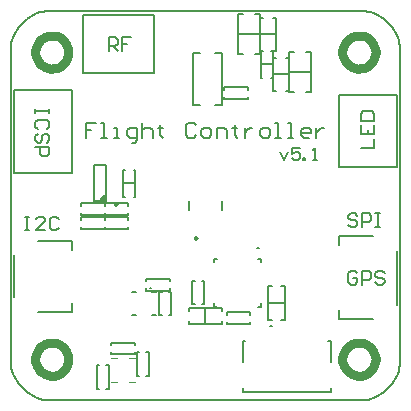
<source format=gto>
G04*
G04 #@! TF.GenerationSoftware,Altium Limited,Altium Designer,22.10.1 (41)*
G04*
G04 Layer_Color=65535*
%FSLAX25Y25*%
%MOIN*%
G70*
G04*
G04 #@! TF.SameCoordinates,8BF85E7B-6BD0-4BB0-81CB-12CC6FA11C7D*
G04*
G04*
G04 #@! TF.FilePolarity,Positive*
G04*
G01*
G75*
%ADD10C,0.00984*%
%ADD11C,0.00787*%
%ADD12C,0.00394*%
%ADD13C,0.00433*%
%ADD14C,0.00551*%
%ADD15C,0.03150*%
%ADD16C,0.00669*%
%ADD17C,0.00500*%
%ADD18C,0.00591*%
%ADD19C,0.00394*%
G36*
X-33228Y1378D02*
X-35197D01*
Y1969D01*
X-34016Y3150D01*
X-33228D01*
Y1378D01*
D02*
G37*
D10*
X-2756Y-10827D02*
X-3494Y-10401D01*
Y-11253D01*
X-2756Y-10827D01*
X-29390Y492D02*
X-30128Y918D01*
Y66D01*
X-29390Y492D01*
D11*
X22244Y-40157D02*
X21457D01*
X22244D01*
X-33425Y3150D02*
X-34311Y2912D01*
X-34960Y2264D01*
X-35197Y1378D01*
X17913Y-13976D02*
X17126D01*
X17913D01*
X5512Y-1378D02*
Y1378D01*
X-5512Y-1378D02*
Y1378D01*
X44437Y-13110D02*
Y-10110D01*
X55937D01*
X63937Y-33016D02*
Y-15110D01*
X44437Y-37921D02*
X55937D01*
X44437D02*
Y-34921D01*
X-44437Y-35559D02*
Y-32559D01*
X-55937Y-35559D02*
X-44437D01*
X-63937Y-30559D02*
Y-16622D01*
X-55937Y-11685D02*
X-44437D01*
Y-14685D02*
Y-11685D01*
X-37165Y1378D02*
Y13583D01*
X-33228Y1378D02*
Y13583D01*
X-37165D02*
X-33228D01*
X-37165Y1378D02*
X-33228D01*
X-33425Y3150D02*
X-33228D01*
X-4035Y50702D02*
X-1673D01*
X-4035Y33465D02*
X-1673D01*
X-4035D02*
Y50702D01*
X3248Y33465D02*
X5610D01*
Y50702D01*
X3248D02*
X5610D01*
X24803Y17978D02*
X26115Y15354D01*
X27427Y17978D01*
X31363Y19290D02*
X28739D01*
Y17322D01*
X30051Y17978D01*
X30707D01*
X31363Y17322D01*
Y16010D01*
X30707Y15354D01*
X29395D01*
X28739Y16010D01*
X32675Y15354D02*
Y16010D01*
X33331D01*
Y15354D01*
X32675D01*
X35954D02*
X37266D01*
X36610D01*
Y19290D01*
X35954Y18634D01*
X51773Y19291D02*
X56299D01*
Y22309D01*
X51773Y26835D02*
Y23817D01*
X56299D01*
Y26835D01*
X54036Y23817D02*
Y25326D01*
X51773Y28343D02*
X56299D01*
Y30607D01*
X55545Y31361D01*
X52527D01*
X51773Y30607D01*
Y28343D01*
X-52167Y32283D02*
Y30775D01*
Y31529D01*
X-56693D01*
Y32283D01*
Y30775D01*
X-52921Y25494D02*
X-52167Y26249D01*
Y27757D01*
X-52921Y28512D01*
X-55939D01*
X-56693Y27757D01*
Y26249D01*
X-55939Y25494D01*
X-52921Y20968D02*
X-52167Y21723D01*
Y23231D01*
X-52921Y23986D01*
X-53676D01*
X-54430Y23231D01*
Y21723D01*
X-55184Y20968D01*
X-55939D01*
X-56693Y21723D01*
Y23231D01*
X-55939Y23986D01*
X-56693Y19459D02*
X-52167D01*
Y17197D01*
X-52921Y16442D01*
X-54430D01*
X-55184Y17197D01*
Y19459D01*
X-32283Y51575D02*
Y56101D01*
X-30020D01*
X-29266Y55347D01*
Y53838D01*
X-30020Y53083D01*
X-32283D01*
X-30775D02*
X-29266Y51575D01*
X-24740Y56101D02*
X-27757D01*
Y53838D01*
X-26249D01*
X-27757D01*
Y51575D01*
X-60236Y-3742D02*
X-58728D01*
X-59482D01*
Y-8268D01*
X-60236D01*
X-58728D01*
X-53447D02*
X-56464D01*
X-53447Y-5250D01*
Y-4496D01*
X-54201Y-3742D01*
X-55710D01*
X-56464Y-4496D01*
X-48921D02*
X-49675Y-3742D01*
X-51184D01*
X-51938Y-4496D01*
Y-7513D01*
X-51184Y-8268D01*
X-49675D01*
X-48921Y-7513D01*
X50655Y-3315D02*
X49901Y-2561D01*
X48392D01*
X47638Y-3315D01*
Y-4069D01*
X48392Y-4824D01*
X49901D01*
X50655Y-5578D01*
Y-6332D01*
X49901Y-7087D01*
X48392D01*
X47638Y-6332D01*
X52164Y-7087D02*
Y-2561D01*
X54427D01*
X55181Y-3315D01*
Y-4824D01*
X54427Y-5578D01*
X52164D01*
X56690Y-2561D02*
X58199D01*
X57444D01*
Y-7087D01*
X56690D01*
X58199D01*
X50655Y-22606D02*
X49901Y-21852D01*
X48392D01*
X47638Y-22606D01*
Y-25624D01*
X48392Y-26378D01*
X49901D01*
X50655Y-25624D01*
Y-24115D01*
X49147D01*
X52164Y-26378D02*
Y-21852D01*
X54427D01*
X55181Y-22606D01*
Y-24115D01*
X54427Y-24869D01*
X52164D01*
X59707Y-22606D02*
X58953Y-21852D01*
X57444D01*
X56690Y-22606D01*
Y-23361D01*
X57444Y-24115D01*
X58953D01*
X59707Y-24869D01*
Y-25624D01*
X58953Y-26378D01*
X57444D01*
X56690Y-25624D01*
X-36353Y27688D02*
X-39764D01*
Y25130D01*
X-38058D01*
X-39764D01*
Y22572D01*
X-34647D02*
X-32942D01*
X-33795D01*
Y27688D01*
X-34647D01*
X-30384Y22572D02*
X-28678D01*
X-29531D01*
Y25983D01*
X-30384D01*
X-24414Y20866D02*
X-23562D01*
X-22709Y21719D01*
Y25983D01*
X-25267D01*
X-26120Y25130D01*
Y23424D01*
X-25267Y22572D01*
X-22709D01*
X-21003Y27688D02*
Y22572D01*
Y25130D01*
X-20151Y25983D01*
X-18445D01*
X-17593Y25130D01*
Y22572D01*
X-15034Y26835D02*
Y25983D01*
X-15887D01*
X-14182D01*
X-15034D01*
Y23424D01*
X-14182Y22572D01*
X-3096Y26835D02*
X-3949Y27688D01*
X-5654D01*
X-6507Y26835D01*
Y23424D01*
X-5654Y22572D01*
X-3949D01*
X-3096Y23424D01*
X-538Y22572D02*
X1168D01*
X2021Y23424D01*
Y25130D01*
X1168Y25983D01*
X-538D01*
X-1390Y25130D01*
Y23424D01*
X-538Y22572D01*
X3726D02*
Y25983D01*
X6284D01*
X7137Y25130D01*
Y22572D01*
X9695Y26835D02*
Y25983D01*
X8843D01*
X10548D01*
X9695D01*
Y23424D01*
X10548Y22572D01*
X13106Y25983D02*
Y22572D01*
Y24277D01*
X13959Y25130D01*
X14812Y25983D01*
X15664D01*
X19075Y22572D02*
X20781D01*
X21634Y23424D01*
Y25130D01*
X20781Y25983D01*
X19075D01*
X18223Y25130D01*
Y23424D01*
X19075Y22572D01*
X23339D02*
X25045D01*
X24192D01*
Y27688D01*
X23339D01*
X27603Y22572D02*
X29308D01*
X28456D01*
Y27688D01*
X27603D01*
X34425Y22572D02*
X32719D01*
X31867Y23424D01*
Y25130D01*
X32719Y25983D01*
X34425D01*
X35278Y25130D01*
Y24277D01*
X31867D01*
X36983Y25983D02*
Y22572D01*
Y24277D01*
X37836Y25130D01*
X38689Y25983D01*
X39541D01*
D12*
X-23819Y-59449D02*
D03*
D13*
X17146Y38976D02*
D03*
D14*
X-18032Y-27608D02*
X-18583D01*
X-18032D01*
D15*
X56693Y-51181D02*
X56604Y-50197D01*
X56341Y-49244D01*
X55913Y-48354D01*
X55332Y-47555D01*
X54618Y-46872D01*
X53793Y-46327D01*
X52884Y-45939D01*
X51921Y-45719D01*
X50934Y-45675D01*
X49955Y-45807D01*
X49015Y-46113D01*
X48145Y-46581D01*
X47372Y-47197D01*
X46722Y-47941D01*
X46215Y-48790D01*
X45868Y-49715D01*
X45691Y-50687D01*
Y-51675D01*
X45868Y-52648D01*
X46215Y-53573D01*
X46722Y-54421D01*
X47372Y-55165D01*
X48145Y-55781D01*
X49015Y-56249D01*
X49955Y-56555D01*
X50934Y-56687D01*
X51921Y-56643D01*
X52884Y-56423D01*
X53793Y-56035D01*
X54618Y-55490D01*
X55332Y-54808D01*
X55913Y-54008D01*
X56341Y-53118D01*
X56604Y-52165D01*
X56693Y-51181D01*
X-45669D02*
X-45758Y-50197D01*
X-46021Y-49244D01*
X-46450Y-48354D01*
X-47030Y-47555D01*
X-47745Y-46872D01*
X-48569Y-46327D01*
X-49478Y-45939D01*
X-50441Y-45719D01*
X-51428Y-45675D01*
X-52408Y-45807D01*
X-53347Y-46113D01*
X-54217Y-46581D01*
X-54990Y-47197D01*
X-55640Y-47941D01*
X-56147Y-48790D01*
X-56494Y-49715D01*
X-56671Y-50687D01*
Y-51675D01*
X-56494Y-52648D01*
X-56147Y-53573D01*
X-55640Y-54421D01*
X-54990Y-55165D01*
X-54217Y-55781D01*
X-53347Y-56249D01*
X-52408Y-56555D01*
X-51428Y-56687D01*
X-50441Y-56643D01*
X-49478Y-56423D01*
X-48569Y-56035D01*
X-47745Y-55490D01*
X-47030Y-54808D01*
X-46450Y-54008D01*
X-46021Y-53118D01*
X-45758Y-52165D01*
X-45669Y-51181D01*
X56693Y51181D02*
X56604Y52165D01*
X56341Y53118D01*
X55913Y54008D01*
X55332Y54808D01*
X54618Y55490D01*
X53793Y56035D01*
X52884Y56423D01*
X51921Y56643D01*
X50934Y56687D01*
X49955Y56555D01*
X49015Y56249D01*
X48145Y55781D01*
X47372Y55165D01*
X46722Y54421D01*
X46215Y53573D01*
X45868Y52647D01*
X45691Y51675D01*
Y50687D01*
X45868Y49715D01*
X46215Y48790D01*
X46722Y47941D01*
X47372Y47197D01*
X48145Y46581D01*
X49015Y46113D01*
X49955Y45807D01*
X50934Y45675D01*
X51921Y45719D01*
X52884Y45939D01*
X53793Y46327D01*
X54618Y46872D01*
X55332Y47555D01*
X55913Y48354D01*
X56341Y49244D01*
X56604Y50197D01*
X56693Y51181D01*
X-45669D02*
X-45758Y52165D01*
X-46021Y53118D01*
X-46450Y54008D01*
X-47030Y54808D01*
X-47745Y55490D01*
X-48569Y56035D01*
X-49478Y56423D01*
X-50441Y56643D01*
X-51428Y56687D01*
X-52408Y56555D01*
X-53347Y56249D01*
X-54217Y55781D01*
X-54990Y55165D01*
X-55640Y54421D01*
X-56147Y53573D01*
X-56494Y52647D01*
X-56671Y51675D01*
Y50687D01*
X-56494Y49715D01*
X-56147Y48790D01*
X-55640Y47941D01*
X-54990Y47197D01*
X-54217Y46581D01*
X-53347Y46113D01*
X-52408Y45807D01*
X-51428Y45675D01*
X-50441Y45719D01*
X-49478Y45939D01*
X-48569Y46327D01*
X-47745Y46872D01*
X-47030Y47555D01*
X-46450Y48354D01*
X-46021Y49244D01*
X-45758Y50197D01*
X-45669Y51181D01*
D16*
X44505Y36704D02*
X63915D01*
Y12850D02*
Y36704D01*
X44505Y12850D02*
X63915D01*
X44505D02*
Y36704D01*
X-44452Y10863D02*
Y38678D01*
X-63943Y10863D02*
X-44452D01*
X-63943D02*
Y38678D01*
X-44452D01*
X-40945Y63587D02*
X-17202D01*
Y44094D02*
Y63587D01*
X-40945Y44094D02*
X-17202D01*
X-40945D02*
Y63587D01*
D17*
X12598Y-51988D02*
Y-45079D01*
X41732Y-51988D02*
Y-45079D01*
X12598D02*
X13307D01*
X41024D02*
X41732D01*
X12598Y-62008D02*
Y-60945D01*
X41732Y-62008D02*
Y-60945D01*
X12598Y-62008D02*
X41732D01*
X17474Y-17913D02*
X18504D01*
Y-18943D02*
Y-17913D01*
X2756Y-18943D02*
Y-17913D01*
X3785D01*
X2756Y-33661D02*
X3785D01*
X2756D02*
Y-32632D01*
X18504Y-33661D02*
Y-32632D01*
X17474Y-33661D02*
X18504D01*
X-24409Y-36614D02*
Y-36447D01*
Y-28907D02*
Y-28740D01*
Y-36614D02*
X-23258D01*
X-17687D02*
X-16535D01*
Y-36447D01*
Y-28907D02*
Y-28740D01*
X-24409D02*
X-23258D01*
X-17687D02*
X-16535D01*
X-51181Y64961D02*
X-52164Y64925D01*
X-53142Y64820D01*
X-54110Y64646D01*
X-55063Y64403D01*
X-55997Y64092D01*
X-56905Y63715D01*
X-57785Y63275D01*
X-58631Y62773D01*
X-59439Y62212D01*
X-60205Y61595D01*
X-60925Y60925D01*
X-61595Y60205D01*
X-62212Y59439D01*
X-62773Y58631D01*
X-63275Y57785D01*
X-63715Y56905D01*
X-64092Y55997D01*
X-64403Y55063D01*
X-64646Y54110D01*
X-64820Y53142D01*
X-64925Y52164D01*
X-64961Y51181D01*
X64961D02*
X64925Y52164D01*
X64820Y53142D01*
X64646Y54110D01*
X64403Y55063D01*
X64092Y55997D01*
X63715Y56905D01*
X63275Y57785D01*
X62773Y58631D01*
X62212Y59439D01*
X61595Y60205D01*
X60925Y60925D01*
X60205Y61595D01*
X59439Y62212D01*
X58631Y62773D01*
X57785Y63275D01*
X56905Y63715D01*
X55997Y64092D01*
X55063Y64403D01*
X54110Y64646D01*
X53142Y64820D01*
X52164Y64925D01*
X51181Y64961D01*
Y-64961D02*
X52164Y-64925D01*
X53142Y-64820D01*
X54110Y-64646D01*
X55063Y-64403D01*
X55997Y-64092D01*
X56905Y-63715D01*
X57785Y-63275D01*
X58631Y-62773D01*
X59439Y-62212D01*
X60205Y-61595D01*
X60925Y-60925D01*
X61595Y-60205D01*
X62212Y-59439D01*
X62773Y-58631D01*
X63275Y-57785D01*
X63715Y-56905D01*
X64092Y-55997D01*
X64403Y-55063D01*
X64646Y-54110D01*
X64820Y-53142D01*
X64925Y-52164D01*
X64961Y-51181D01*
X-64961D02*
X-64925Y-52164D01*
X-64820Y-53142D01*
X-64646Y-54110D01*
X-64403Y-55063D01*
X-64092Y-55997D01*
X-63715Y-56905D01*
X-63275Y-57785D01*
X-62773Y-58631D01*
X-62212Y-59439D01*
X-61595Y-60205D01*
X-60925Y-60925D01*
X-60205Y-61595D01*
X-59439Y-62212D01*
X-58631Y-62773D01*
X-57785Y-63275D01*
X-56905Y-63715D01*
X-55997Y-64092D01*
X-55063Y-64403D01*
X-54110Y-64646D01*
X-53142Y-64820D01*
X-52164Y-64925D01*
X-51181Y-64961D01*
Y-64961D02*
X51181D01*
X-64961Y-51181D02*
Y51181D01*
X64961Y-51181D02*
Y51181D01*
X-51181Y64961D02*
X51181D01*
D18*
X-33622Y-3150D02*
Y-2362D01*
Y-3150D02*
X-25748D01*
Y-2362D01*
Y0D02*
Y787D01*
X-33622D02*
X-25748D01*
X-33622Y0D02*
Y787D01*
Y-7874D02*
Y-7087D01*
Y-7874D02*
X-25748D01*
Y-7087D01*
Y-4724D02*
Y-3937D01*
X-33622D02*
X-25748D01*
X-33622Y-4724D02*
Y-3937D01*
Y0D02*
Y787D01*
X-41496D02*
X-33622D01*
X-41496Y0D02*
Y787D01*
Y-3150D02*
Y-2362D01*
Y-3150D02*
X-33622D01*
Y-2362D01*
Y-4724D02*
Y-3937D01*
X-41496D02*
X-33622D01*
X-41496Y-4724D02*
Y-3937D01*
Y-7874D02*
Y-7087D01*
Y-7874D02*
X-33622D01*
Y-7087D01*
X-27354Y11980D02*
X-26854D01*
X-27354Y2980D02*
Y11980D01*
Y2980D02*
X-26854D01*
X-23854D02*
X-23354D01*
Y11980D01*
X-23854D02*
X-23354D01*
X-27354Y7480D02*
X-23354D01*
X11024Y57087D02*
X18110D01*
X11024Y63779D02*
X12598D01*
X11024Y50394D02*
Y63779D01*
Y50394D02*
X12598D01*
X16535D02*
X18110D01*
Y63779D01*
X16535D02*
X18110D01*
X-22835Y-48819D02*
X-22047D01*
X-22835Y-56693D02*
Y-48819D01*
Y-56693D02*
X-22047D01*
X-19685D02*
X-18898D01*
Y-48819D01*
X-19685D02*
X-18898D01*
X-31496Y-49606D02*
Y-48819D01*
Y-49606D02*
X-23622D01*
Y-48819D01*
Y-46457D02*
Y-45669D01*
X-31496D02*
X-23622D01*
X-31496Y-46457D02*
Y-45669D01*
X-33071Y-61024D02*
X-32283D01*
Y-53150D01*
X-33071D02*
X-32283D01*
X-36220D02*
X-35433D01*
X-36220Y-61024D02*
Y-53150D01*
Y-61024D02*
X-35433D01*
X18472Y51646D02*
X18972D01*
X18472Y42646D02*
Y51646D01*
Y42646D02*
X18972D01*
X21972D02*
X22472D01*
Y51646D01*
X21972D02*
X22472D01*
X18472Y47146D02*
X22472D01*
X18110Y62598D02*
X19291D01*
X18110Y51575D02*
Y62598D01*
Y51575D02*
X19291D01*
X22441D02*
X23622D01*
Y62598D01*
X22441D02*
X23622D01*
X18110Y57087D02*
X23622D01*
X27953Y44488D02*
X35039D01*
X33465Y37795D02*
X35039D01*
Y51181D01*
X33465D02*
X35039D01*
X27953D02*
X29528D01*
X27953Y37795D02*
Y51181D01*
Y37795D02*
X29528D01*
X22441Y49213D02*
X23622D01*
X22441Y38189D02*
Y49213D01*
Y38189D02*
X23622D01*
X26772D02*
X27953D01*
Y49213D01*
X26772D02*
X27953D01*
X22441Y43701D02*
X27953D01*
X6299Y35433D02*
Y36220D01*
Y35433D02*
X14173D01*
Y36220D01*
Y38583D02*
Y39370D01*
X6299D02*
X14173D01*
X6299Y38583D02*
Y39370D01*
X20866Y-32480D02*
X26378D01*
X25197Y-26969D02*
X26378D01*
Y-37992D02*
Y-26969D01*
X25197Y-37992D02*
X26378D01*
X20866D02*
X22047D01*
X20866D02*
Y-26969D01*
X22047D01*
X-1181Y-25000D02*
X-394D01*
Y-32874D02*
Y-25000D01*
X-1181Y-32874D02*
X-394D01*
X-4331D02*
X-3543D01*
X-4331D02*
Y-25000D01*
X-3543D01*
X-0Y-39567D02*
Y-34055D01*
X-5512Y-35236D02*
Y-34055D01*
X5512D01*
Y-35236D02*
Y-34055D01*
Y-39567D02*
Y-38386D01*
X-5512Y-39567D02*
X5512D01*
X-5512D02*
Y-38386D01*
X7087Y-36417D02*
Y-35630D01*
X14961D01*
Y-36417D02*
Y-35630D01*
Y-39567D02*
Y-38780D01*
X7087Y-39567D02*
X14961D01*
X7087D02*
Y-38780D01*
X-15354Y-36614D02*
X-14567D01*
X-15354D02*
Y-28740D01*
X-14567D01*
X-12205D02*
X-11417D01*
Y-36614D02*
Y-28740D01*
X-12205Y-36614D02*
X-11417D01*
X-11811Y-28346D02*
Y-27559D01*
X-19685Y-28346D02*
X-11811D01*
X-19685D02*
Y-27559D01*
Y-25197D02*
Y-24409D01*
X-11811D01*
Y-25197D02*
Y-24409D01*
D19*
X-25591Y-50787D02*
X-23622D01*
X-31496D02*
X-29528D01*
X-25591Y-58661D02*
X-23622D01*
X-31496D02*
X-29528D01*
M02*

</source>
